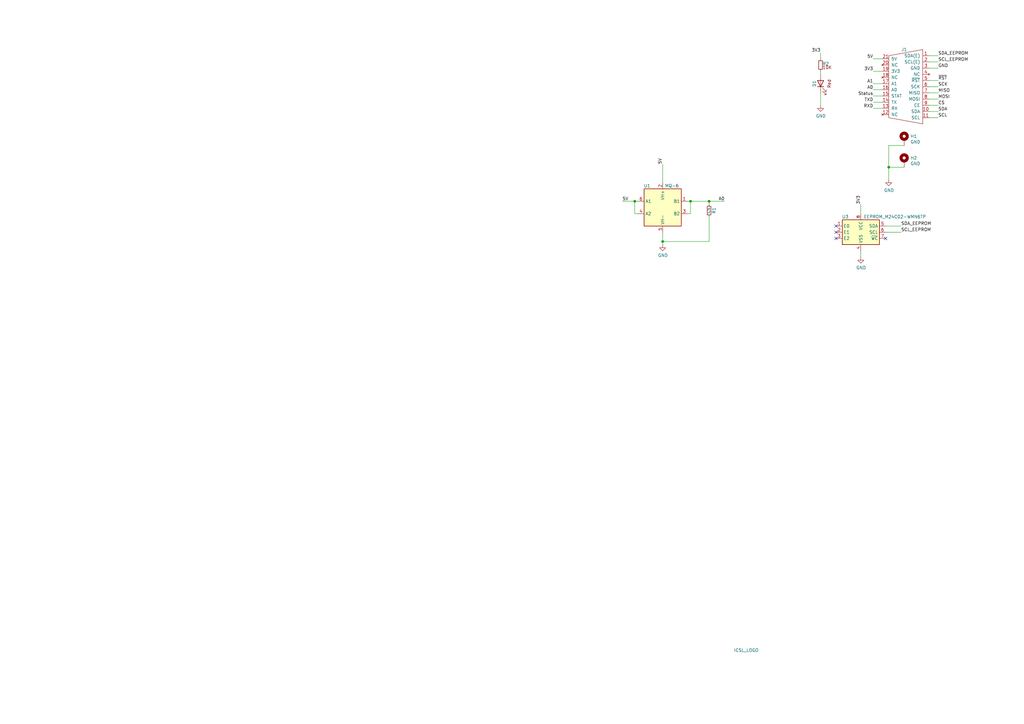
<source format=kicad_sch>
(kicad_sch (version 20211123) (generator eeschema)
  (paper "A3")
  (lib_symbols
    (symbol "ICSL:Amphenol_91911-31321_plug" (pin_names (offset 1.016))
      (property "Reference" "J" (at 0 12.7 0))
      (symbol "Amphenol_91911-31321_plug_0_1"
        (polyline (pts (xy 7.62 -17.78) (xy 7.62 12.7)))
        (polyline (pts (xy 7.62 12.7) (xy -6.35 10.16) (xy -6.35 -15.24) (xy 7.62 -17.78)))
      )
      (symbol "Amphenol_91911-31321_plug_1_1"
        (pin bidirectional line (at 10.16 10.16 180) (length 2.54) (name "SDA(E)") (number "1"))
        (pin bidirectional line (at 10.16 -12.7 180) (length 2.54) (name "SDA") (number "10"))
        (pin output line (at 10.16 -15.24 180) (length 2.54) (name "SCL") (number "11"))
        (pin no_connect line (at -8.89 -13.97 0) (length 2.54) (name "NC") (number "12"))
        (pin input line (at -8.89 -11.43 0) (length 2.54) (name "RX") (number "13"))
        (pin output line (at -8.89 -8.89 0) (length 2.54) (name "TX") (number "14"))
        (pin input line (at -8.89 -6.35 0) (length 2.54) (name "STAT") (number "15"))
        (pin input line (at -8.89 -3.81 0) (length 2.54) (name "A0") (number "16"))
        (pin input line (at -8.89 -1.27 0) (length 2.54) (name "A1") (number "17"))
        (pin no_connect line (at -8.89 1.27 0) (length 2.54) (name "NC") (number "18"))
        (pin power_out line (at -8.89 3.81 0) (length 2.54) (name "3V3") (number "19"))
        (pin output line (at 10.16 7.62 180) (length 2.54) (name "SCL(E)") (number "2"))
        (pin no_connect line (at -8.89 6.35 0) (length 2.54) (name "NC") (number "20"))
        (pin power_out line (at -8.89 8.89 0) (length 2.54) (name "5V") (number "21"))
        (pin power_out line (at 10.16 5.08 180) (length 2.54) (name "GND") (number "3"))
        (pin no_connect line (at 10.16 2.54 180) (length 2.54) (name "NC") (number "4"))
        (pin output line (at 10.16 0 180) (length 2.54) (name "~{RST}") (number "5"))
        (pin output line (at 10.16 -2.54 180) (length 2.54) (name "SCK") (number "6"))
        (pin input line (at 10.16 -5.08 180) (length 2.54) (name "MISO") (number "7"))
        (pin output line (at 10.16 -7.62 180) (length 2.54) (name "MOSI") (number "8"))
        (pin output line (at 10.16 -10.16 180) (length 2.54) (name "CE") (number "9"))
      )
    )
    (symbol "ICSL:ICSL_LOGO"
      (property "Value" "ICSL_LOGO" (at 0 0 0))
    )
    (symbol "Mechanical:MountingHole_Pad" (pin_numbers hide) (pin_names (offset 1.016) hide)
      (property "Reference" "H" (at 0 6.35 0))
      (property "Value" "MountingHole_Pad" (at 0 4.445 0))
      (symbol "MountingHole_Pad_0_1"
        (circle (center 0 1.27) (radius 1.27) (stroke (width 1.27)))
      )
      (symbol "MountingHole_Pad_1_1"
        (pin input line (at 0 -2.54 90) (length 2.54) (name "1") (number "1"))
      )
    )
    (symbol "Sensor_Gas:MQ-6"
      (property "Reference" "U" (at -6.35 8.89 0))
      (property "Value" "MQ-6" (at 3.81 8.89 0))
      (symbol "MQ-6_0_1"
        (rectangle (start -7.62 7.62) (end 7.62 -7.62) (stroke (width 0.254)) (fill (type background)))
      )
      (symbol "MQ-6_1_1"
        (pin passive line (at 10.16 2.54 180) (length 2.54) (name "B1") (number "1"))
        (pin power_in line (at 0 10.16 270) (length 2.54) (name "VH+") (number "2"))
        (pin passive line (at 10.16 -2.54 180) (length 2.54) (name "B2") (number "3"))
        (pin passive line (at -10.16 -2.54 0) (length 2.54) (name "A2") (number "4"))
        (pin power_in line (at 0 -10.16 90) (length 2.54) (name "VH-") (number "5"))
        (pin passive line (at -10.16 2.54 0) (length 2.54) (name "A1") (number "6"))
      )
    )
    (symbol "jlcpcb-basic-resistor-1206:4.7k" (pin_numbers hide) (pin_names (offset 1.016) hide)
      (property "Reference" "R" (at 2.032 0 90))
      (property "Value" "4.7k" (at 0 0 90))
      (symbol "4.7k_0_1"
        (rectangle (start -0.762 1.778) (end 0.762 -1.778) (stroke (width 0.2032)))
      )
      (symbol "4.7k_1_1"
        (pin passive line (at 0 2.54 270) (length 0.762) (name "~") (number "1"))
        (pin passive line (at 0 -2.54 90) (length 0.762) (name "~") (number "2"))
      )
    )
    (symbol "jlcsmt-ic:EEPROM_M24C02-WMN6TP"
      (property "Reference" "U" (at -6.35 6.35 0))
      (property "Value" "EEPROM_M24C02-WMN6TP" (at 13.97 6.35 0))
      (symbol "EEPROM_M24C02-WMN6TP_0_1"
        (rectangle (start -7.62 5.08) (end 7.62 -5.08) (stroke (width 0.254)) (fill (type background)))
      )
      (symbol "EEPROM_M24C02-WMN6TP_1_1"
        (pin input line (at -10.16 2.54 0) (length 2.54) (name "E0") (number "1"))
        (pin input line (at -10.16 0 0) (length 2.54) (name "E1") (number "2"))
        (pin input line (at -10.16 -2.54 0) (length 2.54) (name "E2") (number "3"))
        (pin power_in line (at 0 -7.62 90) (length 2.54) (name "VSS") (number "4"))
        (pin bidirectional line (at 10.16 2.54 180) (length 2.54) (name "SDA") (number "5"))
        (pin input line (at 10.16 0 180) (length 2.54) (name "SCL") (number "6"))
        (pin input line (at 10.16 -2.54 180) (length 2.54) (name "~{WC}") (number "7"))
        (pin power_in line (at 0 7.62 270) (length 2.54) (name "VCC") (number "8"))
      )
    )
    (symbol "jlcsmt-rcl:LED_0603_Red" (pin_numbers hide) (pin_names (offset 1.016) hide)
      (property "Reference" "D" (at 0 2.54 0))
      (symbol "LED_0603_Red_0_0"
        (text "Red" (at 0 -3.556 0) (effects (font (size 1.27 1.27))))
      )
      (symbol "LED_0603_Red_0_1"
        (polyline (pts (xy -1.27 -1.27) (xy -1.27 1.27)) (stroke (width 0.254)))
        (polyline (pts (xy -1.27 0) (xy 1.27 0)))
        (polyline (pts (xy 1.27 -1.27) (xy 1.27 1.27) (xy -1.27 0) (xy 1.27 -1.27)) (stroke (width 0.254)))
        (polyline (pts (xy -3.048 -0.762) (xy -4.572 -2.286) (xy -3.81 -2.286) (xy -4.572 -2.286) (xy -4.572 -1.524)))
        (polyline (pts (xy -1.778 -0.762) (xy -3.302 -2.286) (xy -2.54 -2.286) (xy -3.302 -2.286) (xy -3.302 -1.524)))
      )
      (symbol "LED_0603_Red_1_1"
        (pin passive line (at -3.81 0 0) (length 2.54) (name "K") (number "1"))
        (pin passive line (at 3.81 0 180) (length 2.54) (name "A") (number "2"))
      )
    )
    (symbol "jlcsmt-rcl:R_0402_10K" (pin_numbers hide) (pin_names (offset 0.254) hide)
      (property "Reference" "R" (at 0.762 0.508 0))
      (symbol "R_0402_10K_0_0"
        (text "10K" (at 0.762 -1.016 0) (effects (font (size 1.27 1.27)) (justify left)))
      )
      (symbol "R_0402_10K_0_1"
        (rectangle (start -0.762 1.778) (end 0.762 -1.778) (stroke (width 0.2032)))
      )
      (symbol "R_0402_10K_1_1"
        (pin passive line (at 0 2.54 270) (length 0.762) (name "~") (number "1"))
        (pin passive line (at 0 -2.54 90) (length 0.762) (name "~") (number "2"))
      )
    )
    (symbol "power:GND" (power) (pin_names (offset 0))
      (property "Value" "GND" (at 0 -3.81 0))
      (symbol "GND_0_1"
        (polyline (pts (xy 0 0) (xy 0 -1.27) (xy 1.27 -1.27) (xy 0 -2.54) (xy -1.27 -1.27) (xy 0 -1.27)))
      )
      (symbol "GND_1_1"
        (pin power_in line (at 0 0 270) (length 0) hide (name "GND") (number "1"))
      )
    )
  )
  (junction (at 364.49 68.58))
  (junction (at 271.78 99.06))
  (junction (at 290.83 82.55))
  (junction (at 260.35 82.55))
  (junction (at 283.21 82.55))
  (no_connect (at 363.22 97.79))
  (no_connect (at 342.9 97.79))
  (no_connect (at 342.9 92.71))
  (no_connect (at 342.9 95.25))
  (wire (pts (xy 358.14 29.21) (xy 361.95 29.21)))
  (wire (pts (xy 290.83 82.55) (xy 297.18 82.55)))
  (wire (pts (xy 261.62 87.63) (xy 260.35 87.63)))
  (wire (pts (xy 364.49 73.66) (xy 364.49 68.58)))
  (wire (pts (xy 290.83 82.55) (xy 290.83 83.82)))
  (wire (pts (xy 358.14 41.91) (xy 361.95 41.91)))
  (wire (pts (xy 255.27 82.55) (xy 260.35 82.55)))
  (wire (pts (xy 271.78 95.25) (xy 271.78 99.06)))
  (wire (pts (xy 381 22.86) (xy 384.81 22.86)))
  (wire (pts (xy 290.83 99.06) (xy 290.83 88.9)))
  (wire (pts (xy 363.22 92.71) (xy 369.57 92.71)))
  (wire (pts (xy 358.14 44.45) (xy 361.95 44.45)))
  (wire (pts (xy 364.49 59.69) (xy 370.84 59.69)))
  (wire (pts (xy 271.78 99.06) (xy 290.83 99.06)))
  (wire (pts (xy 381 43.18) (xy 384.81 43.18)))
  (wire (pts (xy 283.21 82.55) (xy 290.83 82.55)))
  (wire (pts (xy 283.21 87.63) (xy 283.21 82.55)))
  (wire (pts (xy 381 35.56) (xy 384.81 35.56)))
  (wire (pts (xy 283.21 82.55) (xy 281.94 82.55)))
  (wire (pts (xy 271.78 99.06) (xy 271.78 100.33)))
  (wire (pts (xy 381 45.72) (xy 384.81 45.72)))
  (wire (pts (xy 260.35 87.63) (xy 260.35 82.55)))
  (wire (pts (xy 271.78 67.31) (xy 271.78 74.93)))
  (wire (pts (xy 381 27.94) (xy 384.81 27.94)))
  (wire (pts (xy 260.35 82.55) (xy 261.62 82.55)))
  (wire (pts (xy 381 40.64) (xy 384.81 40.64)))
  (wire (pts (xy 358.14 34.29) (xy 361.95 34.29)))
  (wire (pts (xy 364.49 68.58) (xy 370.84 68.58)))
  (wire (pts (xy 381 38.1) (xy 384.81 38.1)))
  (wire (pts (xy 381 33.02) (xy 384.81 33.02)))
  (wire (pts (xy 381 48.26) (xy 384.81 48.26)))
  (wire (pts (xy 364.49 68.58) (xy 364.49 59.69)))
  (wire (pts (xy 358.14 24.13) (xy 361.95 24.13)))
  (wire (pts (xy 358.14 36.83) (xy 361.95 36.83)))
  (wire (pts (xy 381 25.4) (xy 384.81 25.4)))
  (wire (pts (xy 336.55 29.21) (xy 336.55 30.48)))
  (wire (pts (xy 363.22 95.25) (xy 369.57 95.25)))
  (wire (pts (xy 358.14 39.37) (xy 361.95 39.37)))
  (wire (pts (xy 353.06 105.41) (xy 353.06 102.87)))
  (wire (pts (xy 281.94 87.63) (xy 283.21 87.63)))
  (wire (pts (xy 336.55 43.18) (xy 336.55 38.1)))
  (wire (pts (xy 336.55 21.59) (xy 336.55 24.13)))
  (wire (pts (xy 353.06 83.82) (xy 353.06 87.63)))
  (label "SDA_EEPROM" (at 369.57 92.71 0))
  (label "SDA_EEPROM" (at 384.81 22.86 0))
  (label "A0" (at 297.18 82.55 180))
  (label "3V3" (at 358.14 29.21 180))
  (label "SCK" (at 384.81 35.56 0))
  (label "GND" (at 384.81 27.94 0))
  (label "3V3" (at 353.06 83.82 90))
  (label "A0" (at 358.14 36.83 180))
  (label "MOSI" (at 384.81 40.64 0))
  (label "~{RST}" (at 384.81 33.02 0))
  (label "5V" (at 358.14 24.13 180))
  (label "MISO" (at 384.81 38.1 0))
  (label "5V" (at 271.78 67.31 90))
  (label "A1" (at 358.14 34.29 180))
  (label "SDA" (at 384.81 45.72 0))
  (label "CS" (at 384.81 43.18 0))
  (label "TXD" (at 358.14 41.91 180))
  (label "Status" (at 358.14 39.37 180))
  (label "RXD" (at 358.14 44.45 180))
  (label "3V3" (at 336.55 21.59 180))
  (label "SCL_EEPROM" (at 384.81 25.4 0))
  (label "SCL" (at 384.81 48.26 0))
  (label "SCL_EEPROM" (at 369.57 95.25 0))
  (label "5V" (at 255.27 82.55 0))
  (symbol (lib_id "Mechanical:MountingHole_Pad") (at 370.84 57.15 0) (unit 1)
    (property "Reference" "H1" (at 373.38 55.9054 0) (effects (justify left)))
    (property "Value" "GND" (at 373.38 58.2168 0) (effects (justify left)))
    (property "Footprint" "ICSL:M1502-B-2545-AL-TOP" (effects hide))
  )
  (symbol (lib_id "Mechanical:MountingHole_Pad") (at 370.84 66.04 0) (unit 1)
    (property "Reference" "H2" (at 373.38 64.7954 0) (effects (justify left)))
    (property "Value" "GND" (at 373.38 67.1068 0) (effects (justify left)))
    (property "Footprint" "ICSL:M1502-B-2545-AL-TOP" (effects hide))
  )
  (symbol (lib_id "power:GND") (at 364.49 73.66 0) (unit 1)
    (property "Reference" "#PWR04" (effects hide))
    (property "Value" "GND" (at 364.617 78.0542 0))
  )
  (symbol (lib_id "ICSL:Amphenol_91911-31321_plug") (at 370.84 33.02 0) (unit 1)
    (property "Reference" "J1" (at 370.84 20.32 0))
    (property "Value" "Amphenol_91911-31321_plug" (effects hide))
    (property "Footprint" "ICSL:Amphenol_91911-31321LF_PLUG" (effects hide))
    (property "Datasheet" "https://cdn.amphenol-icc.com/media/wysiwyg/files/drawing/91900.pdf" (effects hide))
    (property "LCSC" "C9900009023" (effects hide))
  )
  (symbol (lib_id "power:GND") (at 336.55 43.18 0) (unit 1)
    (property "Reference" "#PWR02" (effects hide))
    (property "Value" "GND" (at 336.677 47.5742 0))
  )
  (symbol (lib_id "jlcsmt-rcl:R_0402_10K") (at 336.55 26.67 0) (unit 1)
    (property "Reference" "R2" (at 337.312 26.162 0) (effects (justify left)))
    (property "Value" "R_0402_10K" (effects hide))
    (property "Footprint" "Resistor_SMD:R_0402_1005Metric" (effects hide))
    (property "Datasheet" "https://datasheet.lcsc.com/lcsc/2110260030_UNI-ROYAL-Uniroyal-Elec-0402WGF1002TCE_C25744.pdf" (effects hide))
    (property "MFR" "UNI-ROYAL(Uniroyal Elec)" (effects hide))
    (property "MFR Part#" "0402WGF1002TCE" (effects hide))
    (property "LCSC" "C25744" (effects hide))
  )
  (symbol (lib_id "jlcpcb-basic-resistor-1206:4.7k") (at 290.83 86.36 0) (unit 1)
    (property "Reference" "R1" (at 292.862 86.36 90))
    (property "Value" "4.7k" (at 290.83 86.36 90) (effects (font (size 0.8 0.8))))
    (property "Footprint" "R_1206_3216Metric" (effects hide))
    (property "Datasheet" "https://datasheet.lcsc.com/szlcsc/Uniroyal-Elec-1206W4F4701T5E_C17936.pdf" (effects hide))
    (property "LCSC" "C17936" (effects hide))
  )
  (symbol (lib_id "ICSL:ICSL_LOGO") (at 306.07 266.7 0) (unit 1)
    (property "Reference" "U2" (effects hide))
    (property "Value" "ICSL_LOGO" (at 306.07 266.7 0))
    (property "Footprint" "ICSL:icsl_logo" (effects hide))
  )
  (symbol (lib_id "Sensor_Gas:MQ-6") (at 271.78 85.09 0) (unit 1)
    (property "Reference" "U1" (at 265.43 76.2 0))
    (property "Value" "MQ-6" (at 275.59 76.2 0))
    (property "Footprint" "Sensor:MQ-6" (effects hide))
    (property "Datasheet" "https://www.winsen-sensor.com/d/files/semiconductor/mq-6.pdf" (effects hide))
  )
  (symbol (lib_id "power:GND") (at 353.06 105.41 0) (unit 1)
    (property "Reference" "#PWR03" (effects hide))
    (property "Value" "GND" (at 353.187 109.8042 0))
  )
  (symbol (lib_id "power:GND") (at 271.78 100.33 0) (unit 1)
    (property "Reference" "#PWR01" (effects hide))
    (property "Value" "GND" (at 271.907 104.7242 0))
  )
  (symbol (lib_id "jlcsmt-rcl:LED_0603_Red") (at 336.55 34.29 90) (unit 1)
    (property "Reference" "D1" (at 334.01 34.29 0))
    (property "Value" "LED_0603_Red" (effects hide))
    (property "Footprint" "jlcsmt:LED_0603_1608Metric" (effects hide))
    (property "Datasheet" "https://datasheet.lcsc.com/lcsc/1810231112_Hubei-KENTO-Elec-KT-0603R_C2286.pdf" (effects hide))
    (property "MFR" "Hubei KENTO Elec" (effects hide))
    (property "MFR Part#" "KT-0603R" (effects hide))
    (property "LCSC" "C2286" (effects hide))
  )
  (symbol (lib_id "jlcsmt-ic:EEPROM_M24C02-WMN6TP") (at 353.06 95.25 0) (unit 1)
    (property "Reference" "U3" (at 346.71 88.9 0))
    (property "Value" "EEPROM_M24C02-WMN6TP" (at 367.03 88.9 0))
    (property "Footprint" "jlcsmt:SOIC-8_3.9x4.9mm_P1.27mm" (effects hide))
    (property "Datasheet" "https://datasheet.lcsc.com/lcsc/1809061818_STMicroelectronics-M24C02-WMN6TP_C7562.pdf" (effects hide))
    (property "MFR" "STMicroelectronics" (effects hide))
    (property "MFR Part#" "M24C02-WMN6TP" (effects hide))
    (property "LCSC" "C7562" (effects hide))
  )
)
</source>
